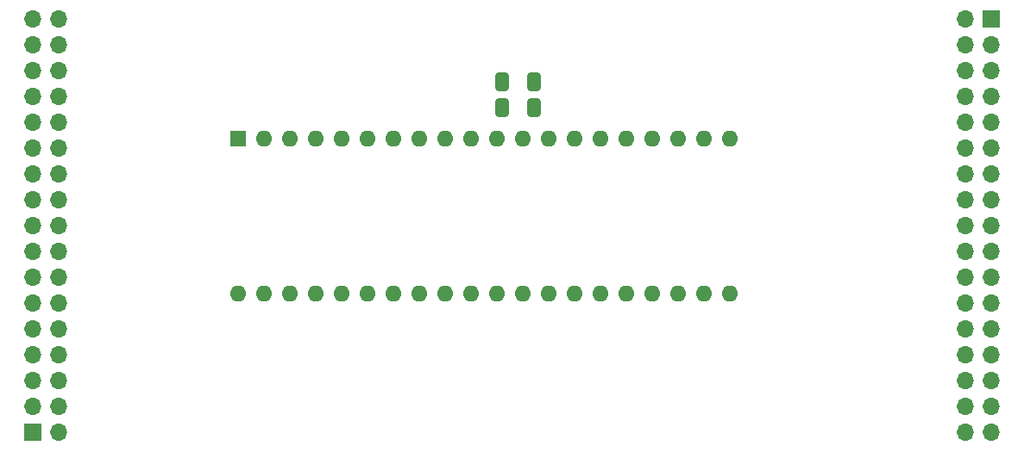
<source format=gbr>
%TF.GenerationSoftware,KiCad,Pcbnew,8.0.7-8.0.7-0~ubuntu22.04.1*%
%TF.CreationDate,2025-01-28T11:45:19+01:00*%
%TF.ProjectId,EF9345,45463933-3435-42e6-9b69-6361645f7063,rev?*%
%TF.SameCoordinates,Original*%
%TF.FileFunction,Soldermask,Top*%
%TF.FilePolarity,Negative*%
%FSLAX46Y46*%
G04 Gerber Fmt 4.6, Leading zero omitted, Abs format (unit mm)*
G04 Created by KiCad (PCBNEW 8.0.7-8.0.7-0~ubuntu22.04.1) date 2025-01-28 11:45:19*
%MOMM*%
%LPD*%
G01*
G04 APERTURE LIST*
G04 Aperture macros list*
%AMRoundRect*
0 Rectangle with rounded corners*
0 $1 Rounding radius*
0 $2 $3 $4 $5 $6 $7 $8 $9 X,Y pos of 4 corners*
0 Add a 4 corners polygon primitive as box body*
4,1,4,$2,$3,$4,$5,$6,$7,$8,$9,$2,$3,0*
0 Add four circle primitives for the rounded corners*
1,1,$1+$1,$2,$3*
1,1,$1+$1,$4,$5*
1,1,$1+$1,$6,$7*
1,1,$1+$1,$8,$9*
0 Add four rect primitives between the rounded corners*
20,1,$1+$1,$2,$3,$4,$5,0*
20,1,$1+$1,$4,$5,$6,$7,0*
20,1,$1+$1,$6,$7,$8,$9,0*
20,1,$1+$1,$8,$9,$2,$3,0*%
G04 Aperture macros list end*
%ADD10RoundRect,0.250000X0.412500X0.650000X-0.412500X0.650000X-0.412500X-0.650000X0.412500X-0.650000X0*%
%ADD11R,1.600000X1.600000*%
%ADD12O,1.600000X1.600000*%
%ADD13R,1.700000X1.700000*%
%ADD14O,1.700000X1.700000*%
G04 APERTURE END LIST*
D10*
%TO.C,C2*%
X102146500Y-77724000D03*
X99021500Y-77724000D03*
%TD*%
D11*
%TO.C,U5*%
X73152000Y-80772000D03*
D12*
X75692000Y-80772000D03*
X78232000Y-80772000D03*
X80772000Y-80772000D03*
X83312000Y-80772000D03*
X85852000Y-80772000D03*
X88392000Y-80772000D03*
X90932000Y-80772000D03*
X93472000Y-80772000D03*
X96012000Y-80772000D03*
X98552000Y-80772000D03*
X101092000Y-80772000D03*
X103632000Y-80772000D03*
X106172000Y-80772000D03*
X108712000Y-80772000D03*
X111252000Y-80772000D03*
X113792000Y-80772000D03*
X116332000Y-80772000D03*
X118872000Y-80772000D03*
X121412000Y-80772000D03*
X121412000Y-96012000D03*
X118872000Y-96012000D03*
X116332000Y-96012000D03*
X113792000Y-96012000D03*
X111252000Y-96012000D03*
X108712000Y-96012000D03*
X106172000Y-96012000D03*
X103632000Y-96012000D03*
X101092000Y-96012000D03*
X98552000Y-96012000D03*
X96012000Y-96012000D03*
X93472000Y-96012000D03*
X90932000Y-96012000D03*
X88392000Y-96012000D03*
X85852000Y-96012000D03*
X83312000Y-96012000D03*
X80772000Y-96012000D03*
X78232000Y-96012000D03*
X75692000Y-96012000D03*
X73152000Y-96012000D03*
%TD*%
D10*
%TO.C,C1*%
X102185000Y-75184000D03*
X99060000Y-75184000D03*
%TD*%
D13*
%TO.C,J3*%
X147000000Y-69000000D03*
D14*
X144460000Y-69000000D03*
X147000000Y-71540000D03*
X144460000Y-71540000D03*
X147000000Y-74080000D03*
X144460000Y-74080000D03*
X147000000Y-76620000D03*
X144460000Y-76620000D03*
X147000000Y-79160000D03*
X144460000Y-79160000D03*
X147000000Y-81700000D03*
X144460000Y-81700000D03*
X147000000Y-84240000D03*
X144460000Y-84240000D03*
X147000000Y-86780000D03*
X144460000Y-86780000D03*
X147000000Y-89320000D03*
X144460000Y-89320000D03*
X147000000Y-91860000D03*
X144460000Y-91860000D03*
X147000000Y-94400000D03*
X144460000Y-94400000D03*
X147000000Y-96940000D03*
X144460000Y-96940000D03*
X147000000Y-99480000D03*
X144460000Y-99480000D03*
X147000000Y-102020000D03*
X144460000Y-102020000D03*
X147000000Y-104560000D03*
X144460000Y-104560000D03*
X147000000Y-107100000D03*
X144460000Y-107100000D03*
X147000000Y-109640000D03*
X144460000Y-109640000D03*
%TD*%
D13*
%TO.C,J1*%
X53000000Y-109640000D03*
D14*
X55540000Y-109640000D03*
X53000000Y-107100000D03*
X55540000Y-107100000D03*
X53000000Y-104560000D03*
X55540000Y-104560000D03*
X53000000Y-102020000D03*
X55540000Y-102020000D03*
X53000000Y-99480000D03*
X55540000Y-99480000D03*
X53000000Y-96940000D03*
X55540000Y-96940000D03*
X53000000Y-94400000D03*
X55540000Y-94400000D03*
X53000000Y-91860000D03*
X55540000Y-91860000D03*
X53000000Y-89320000D03*
X55540000Y-89320000D03*
X53000000Y-86780000D03*
X55540000Y-86780000D03*
X53000000Y-84240000D03*
X55540000Y-84240000D03*
X53000000Y-81700000D03*
X55540000Y-81700000D03*
X53000000Y-79160000D03*
X55540000Y-79160000D03*
X53000000Y-76620000D03*
X55540000Y-76620000D03*
X53000000Y-74080000D03*
X55540000Y-74080000D03*
X53000000Y-71540000D03*
X55540000Y-71540000D03*
X53000000Y-69000000D03*
X55540000Y-69000000D03*
%TD*%
M02*

</source>
